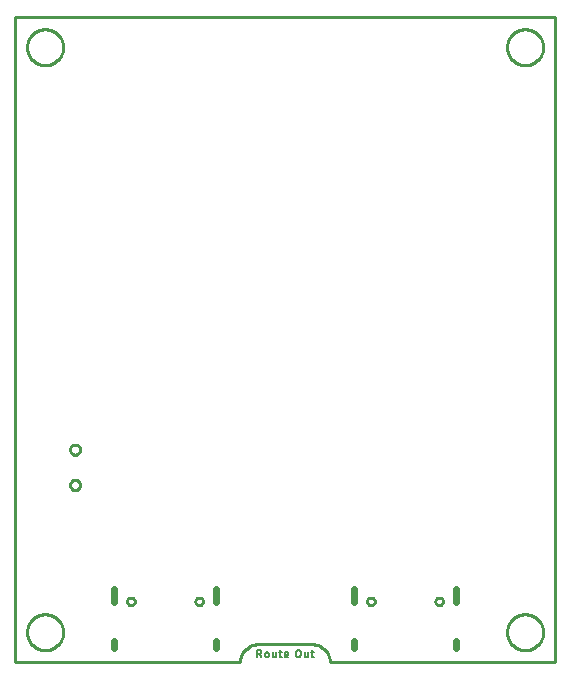
<source format=gko>
G04 EAGLE Gerber RS-274X export*
G75*
%MOMM*%
%FSLAX34Y34*%
%LPD*%
%IN*%
%IPPOS*%
%AMOC8*
5,1,8,0,0,1.08239X$1,22.5*%
G01*
%ADD10C,0.254000*%
%ADD11C,0.203200*%
%ADD12C,0.127000*%
%ADD13C,0.000000*%
%ADD14C,0.600000*%
%ADD15C,0.254000*%


D10*
X0Y546100D02*
X0Y0D01*
X190500Y0D01*
X266700Y0D02*
X457200Y0D01*
X457200Y546100D01*
X0Y546100D01*
D11*
X205740Y15240D02*
X205372Y15236D01*
X205004Y15222D01*
X204636Y15200D01*
X204269Y15169D01*
X203903Y15129D01*
X203538Y15080D01*
X203174Y15022D01*
X202812Y14956D01*
X202451Y14881D01*
X202093Y14797D01*
X201736Y14705D01*
X201382Y14604D01*
X201031Y14494D01*
X200682Y14376D01*
X200336Y14250D01*
X199993Y14115D01*
X199654Y13972D01*
X199318Y13821D01*
X198986Y13662D01*
X198658Y13494D01*
X198334Y13319D01*
X198014Y13136D01*
X197699Y12946D01*
X197388Y12748D01*
X197083Y12542D01*
X196782Y12329D01*
X196487Y12109D01*
X196197Y11882D01*
X195913Y11648D01*
X195634Y11407D01*
X195361Y11160D01*
X195095Y10906D01*
X194834Y10645D01*
X194580Y10379D01*
X194333Y10106D01*
X194092Y9827D01*
X193858Y9543D01*
X193631Y9253D01*
X193411Y8958D01*
X193198Y8657D01*
X192992Y8352D01*
X192794Y8041D01*
X192604Y7726D01*
X192421Y7406D01*
X192246Y7082D01*
X192078Y6754D01*
X191919Y6422D01*
X191768Y6086D01*
X191625Y5747D01*
X191490Y5404D01*
X191364Y5058D01*
X191246Y4709D01*
X191136Y4358D01*
X191035Y4004D01*
X190943Y3647D01*
X190859Y3289D01*
X190784Y2928D01*
X190718Y2566D01*
X190660Y2202D01*
X190611Y1837D01*
X190571Y1471D01*
X190540Y1104D01*
X190518Y736D01*
X190504Y368D01*
X190500Y0D01*
X205740Y15240D02*
X251460Y15240D01*
X251828Y15236D01*
X252196Y15222D01*
X252564Y15200D01*
X252931Y15169D01*
X253297Y15129D01*
X253662Y15080D01*
X254026Y15022D01*
X254388Y14956D01*
X254749Y14881D01*
X255107Y14797D01*
X255464Y14705D01*
X255818Y14604D01*
X256169Y14494D01*
X256518Y14376D01*
X256864Y14250D01*
X257207Y14115D01*
X257546Y13972D01*
X257882Y13821D01*
X258214Y13662D01*
X258542Y13494D01*
X258866Y13319D01*
X259186Y13136D01*
X259501Y12946D01*
X259812Y12748D01*
X260117Y12542D01*
X260418Y12329D01*
X260713Y12109D01*
X261003Y11882D01*
X261287Y11648D01*
X261566Y11407D01*
X261839Y11160D01*
X262105Y10906D01*
X262366Y10645D01*
X262620Y10379D01*
X262867Y10106D01*
X263108Y9827D01*
X263342Y9543D01*
X263569Y9253D01*
X263789Y8958D01*
X264002Y8657D01*
X264208Y8352D01*
X264406Y8041D01*
X264596Y7726D01*
X264779Y7406D01*
X264954Y7082D01*
X265122Y6754D01*
X265281Y6422D01*
X265432Y6086D01*
X265575Y5747D01*
X265710Y5404D01*
X265836Y5058D01*
X265954Y4709D01*
X266064Y4358D01*
X266165Y4004D01*
X266257Y3647D01*
X266341Y3289D01*
X266416Y2928D01*
X266482Y2566D01*
X266540Y2202D01*
X266589Y1837D01*
X266629Y1471D01*
X266660Y1104D01*
X266682Y736D01*
X266696Y368D01*
X266700Y0D01*
D12*
X205105Y4445D02*
X205105Y10795D01*
X206869Y10795D01*
X206952Y10793D01*
X207034Y10787D01*
X207116Y10778D01*
X207198Y10764D01*
X207279Y10747D01*
X207359Y10726D01*
X207438Y10701D01*
X207515Y10672D01*
X207592Y10640D01*
X207666Y10605D01*
X207739Y10566D01*
X207810Y10523D01*
X207879Y10477D01*
X207946Y10428D01*
X208010Y10376D01*
X208072Y10321D01*
X208131Y10264D01*
X208187Y10203D01*
X208241Y10140D01*
X208291Y10075D01*
X208339Y10007D01*
X208383Y9937D01*
X208423Y9865D01*
X208461Y9791D01*
X208495Y9716D01*
X208525Y9639D01*
X208552Y9560D01*
X208575Y9481D01*
X208594Y9400D01*
X208609Y9319D01*
X208621Y9237D01*
X208629Y9155D01*
X208633Y9072D01*
X208633Y8990D01*
X208629Y8907D01*
X208621Y8825D01*
X208609Y8743D01*
X208594Y8662D01*
X208575Y8581D01*
X208552Y8502D01*
X208525Y8423D01*
X208495Y8346D01*
X208461Y8271D01*
X208423Y8197D01*
X208383Y8125D01*
X208339Y8055D01*
X208291Y7987D01*
X208241Y7922D01*
X208187Y7859D01*
X208131Y7798D01*
X208072Y7741D01*
X208010Y7686D01*
X207946Y7634D01*
X207879Y7585D01*
X207810Y7539D01*
X207739Y7496D01*
X207666Y7457D01*
X207592Y7422D01*
X207515Y7390D01*
X207438Y7361D01*
X207359Y7336D01*
X207279Y7315D01*
X207198Y7298D01*
X207116Y7284D01*
X207034Y7275D01*
X206952Y7269D01*
X206869Y7267D01*
X205105Y7267D01*
X207222Y7267D02*
X208633Y4445D01*
X211790Y5856D02*
X211790Y7267D01*
X211791Y7267D02*
X211793Y7341D01*
X211799Y7414D01*
X211808Y7488D01*
X211822Y7560D01*
X211839Y7632D01*
X211860Y7703D01*
X211885Y7773D01*
X211913Y7841D01*
X211945Y7908D01*
X211980Y7973D01*
X212019Y8035D01*
X212060Y8096D01*
X212105Y8155D01*
X212153Y8211D01*
X212204Y8265D01*
X212258Y8316D01*
X212314Y8364D01*
X212373Y8409D01*
X212434Y8450D01*
X212497Y8489D01*
X212561Y8524D01*
X212628Y8556D01*
X212696Y8584D01*
X212766Y8609D01*
X212837Y8630D01*
X212909Y8647D01*
X212981Y8661D01*
X213055Y8670D01*
X213128Y8676D01*
X213202Y8678D01*
X213276Y8676D01*
X213349Y8670D01*
X213423Y8661D01*
X213495Y8647D01*
X213567Y8630D01*
X213638Y8609D01*
X213708Y8584D01*
X213776Y8556D01*
X213843Y8524D01*
X213908Y8489D01*
X213970Y8450D01*
X214031Y8409D01*
X214090Y8364D01*
X214146Y8316D01*
X214200Y8265D01*
X214251Y8211D01*
X214299Y8155D01*
X214344Y8096D01*
X214385Y8035D01*
X214424Y7973D01*
X214459Y7908D01*
X214491Y7841D01*
X214519Y7773D01*
X214544Y7703D01*
X214565Y7632D01*
X214582Y7560D01*
X214596Y7488D01*
X214605Y7414D01*
X214611Y7341D01*
X214613Y7267D01*
X214613Y5856D01*
X214611Y5782D01*
X214605Y5709D01*
X214596Y5635D01*
X214582Y5563D01*
X214565Y5491D01*
X214544Y5420D01*
X214519Y5350D01*
X214491Y5282D01*
X214459Y5215D01*
X214424Y5151D01*
X214385Y5088D01*
X214344Y5027D01*
X214299Y4968D01*
X214251Y4912D01*
X214200Y4858D01*
X214146Y4807D01*
X214090Y4759D01*
X214031Y4714D01*
X213970Y4673D01*
X213908Y4634D01*
X213843Y4599D01*
X213776Y4567D01*
X213708Y4539D01*
X213638Y4514D01*
X213567Y4493D01*
X213495Y4476D01*
X213423Y4462D01*
X213349Y4453D01*
X213276Y4447D01*
X213202Y4445D01*
X213128Y4447D01*
X213055Y4453D01*
X212981Y4462D01*
X212909Y4476D01*
X212837Y4493D01*
X212766Y4514D01*
X212696Y4539D01*
X212628Y4567D01*
X212561Y4599D01*
X212497Y4634D01*
X212434Y4673D01*
X212373Y4714D01*
X212314Y4759D01*
X212258Y4807D01*
X212204Y4858D01*
X212153Y4912D01*
X212105Y4968D01*
X212060Y5027D01*
X212019Y5088D01*
X211980Y5151D01*
X211945Y5215D01*
X211913Y5282D01*
X211885Y5350D01*
X211860Y5420D01*
X211839Y5491D01*
X211822Y5563D01*
X211808Y5635D01*
X211799Y5709D01*
X211793Y5782D01*
X211791Y5856D01*
X217963Y5503D02*
X217963Y8678D01*
X217963Y5503D02*
X217965Y5439D01*
X217971Y5375D01*
X217980Y5312D01*
X217994Y5250D01*
X218011Y5188D01*
X218032Y5128D01*
X218056Y5069D01*
X218084Y5011D01*
X218116Y4956D01*
X218150Y4902D01*
X218188Y4851D01*
X218229Y4801D01*
X218273Y4755D01*
X218319Y4711D01*
X218369Y4670D01*
X218420Y4632D01*
X218474Y4598D01*
X218529Y4566D01*
X218587Y4538D01*
X218646Y4514D01*
X218706Y4493D01*
X218768Y4476D01*
X218830Y4462D01*
X218893Y4453D01*
X218957Y4447D01*
X219021Y4445D01*
X220785Y4445D01*
X220785Y8678D01*
X223488Y8678D02*
X225604Y8678D01*
X224193Y10795D02*
X224193Y5503D01*
X224194Y5503D02*
X224196Y5439D01*
X224202Y5375D01*
X224211Y5312D01*
X224225Y5250D01*
X224242Y5188D01*
X224263Y5128D01*
X224287Y5069D01*
X224315Y5011D01*
X224347Y4956D01*
X224381Y4902D01*
X224419Y4851D01*
X224460Y4801D01*
X224504Y4755D01*
X224550Y4711D01*
X224600Y4670D01*
X224651Y4632D01*
X224705Y4598D01*
X224760Y4566D01*
X224818Y4538D01*
X224877Y4514D01*
X224937Y4493D01*
X224999Y4476D01*
X225061Y4462D01*
X225125Y4453D01*
X225188Y4447D01*
X225252Y4445D01*
X225604Y4445D01*
X229537Y4445D02*
X231300Y4445D01*
X229537Y4445D02*
X229473Y4447D01*
X229409Y4453D01*
X229346Y4462D01*
X229284Y4476D01*
X229222Y4493D01*
X229162Y4514D01*
X229103Y4538D01*
X229045Y4566D01*
X228990Y4598D01*
X228936Y4632D01*
X228885Y4670D01*
X228835Y4711D01*
X228789Y4755D01*
X228745Y4801D01*
X228704Y4851D01*
X228666Y4902D01*
X228632Y4956D01*
X228600Y5011D01*
X228572Y5069D01*
X228548Y5128D01*
X228527Y5188D01*
X228510Y5250D01*
X228496Y5312D01*
X228487Y5375D01*
X228481Y5439D01*
X228479Y5503D01*
X228478Y5503D02*
X228478Y7267D01*
X228480Y7341D01*
X228486Y7414D01*
X228495Y7488D01*
X228509Y7560D01*
X228526Y7632D01*
X228547Y7703D01*
X228572Y7773D01*
X228600Y7841D01*
X228632Y7908D01*
X228667Y7973D01*
X228706Y8035D01*
X228747Y8096D01*
X228792Y8155D01*
X228840Y8211D01*
X228891Y8265D01*
X228945Y8316D01*
X229001Y8364D01*
X229060Y8409D01*
X229121Y8450D01*
X229184Y8489D01*
X229248Y8524D01*
X229315Y8556D01*
X229383Y8584D01*
X229453Y8609D01*
X229524Y8630D01*
X229596Y8647D01*
X229668Y8661D01*
X229742Y8670D01*
X229815Y8676D01*
X229889Y8678D01*
X229963Y8676D01*
X230036Y8670D01*
X230110Y8661D01*
X230182Y8647D01*
X230254Y8630D01*
X230325Y8609D01*
X230395Y8584D01*
X230463Y8556D01*
X230530Y8524D01*
X230595Y8489D01*
X230657Y8450D01*
X230718Y8409D01*
X230777Y8364D01*
X230833Y8316D01*
X230887Y8265D01*
X230938Y8211D01*
X230986Y8155D01*
X231031Y8096D01*
X231072Y8035D01*
X231111Y7973D01*
X231146Y7908D01*
X231178Y7841D01*
X231206Y7773D01*
X231231Y7703D01*
X231252Y7632D01*
X231269Y7560D01*
X231283Y7488D01*
X231292Y7414D01*
X231298Y7341D01*
X231300Y7267D01*
X231300Y6562D01*
X228478Y6562D01*
X238184Y6209D02*
X238184Y9031D01*
X238186Y9114D01*
X238192Y9196D01*
X238201Y9278D01*
X238215Y9360D01*
X238232Y9441D01*
X238253Y9521D01*
X238278Y9600D01*
X238307Y9677D01*
X238339Y9754D01*
X238374Y9828D01*
X238413Y9901D01*
X238456Y9972D01*
X238502Y10041D01*
X238551Y10108D01*
X238603Y10172D01*
X238658Y10234D01*
X238715Y10293D01*
X238776Y10349D01*
X238839Y10403D01*
X238904Y10453D01*
X238972Y10501D01*
X239042Y10545D01*
X239114Y10585D01*
X239188Y10623D01*
X239263Y10657D01*
X239340Y10687D01*
X239419Y10714D01*
X239498Y10737D01*
X239579Y10756D01*
X239660Y10771D01*
X239742Y10783D01*
X239824Y10791D01*
X239907Y10795D01*
X239989Y10795D01*
X240072Y10791D01*
X240154Y10783D01*
X240236Y10771D01*
X240317Y10756D01*
X240398Y10737D01*
X240477Y10714D01*
X240556Y10687D01*
X240633Y10657D01*
X240708Y10623D01*
X240782Y10585D01*
X240854Y10545D01*
X240924Y10501D01*
X240992Y10453D01*
X241057Y10403D01*
X241120Y10349D01*
X241181Y10293D01*
X241238Y10234D01*
X241293Y10172D01*
X241345Y10108D01*
X241394Y10041D01*
X241440Y9972D01*
X241483Y9901D01*
X241522Y9828D01*
X241557Y9754D01*
X241589Y9677D01*
X241618Y9600D01*
X241643Y9521D01*
X241664Y9441D01*
X241681Y9360D01*
X241695Y9278D01*
X241704Y9196D01*
X241710Y9114D01*
X241712Y9031D01*
X241712Y6209D01*
X241710Y6126D01*
X241704Y6044D01*
X241695Y5962D01*
X241681Y5880D01*
X241664Y5799D01*
X241643Y5719D01*
X241618Y5640D01*
X241589Y5563D01*
X241557Y5486D01*
X241522Y5412D01*
X241483Y5339D01*
X241440Y5268D01*
X241394Y5199D01*
X241345Y5132D01*
X241293Y5068D01*
X241238Y5006D01*
X241181Y4947D01*
X241120Y4891D01*
X241057Y4837D01*
X240992Y4787D01*
X240924Y4739D01*
X240854Y4695D01*
X240782Y4655D01*
X240708Y4617D01*
X240633Y4583D01*
X240556Y4553D01*
X240477Y4526D01*
X240398Y4503D01*
X240317Y4484D01*
X240236Y4469D01*
X240154Y4457D01*
X240072Y4449D01*
X239989Y4445D01*
X239907Y4445D01*
X239824Y4449D01*
X239742Y4457D01*
X239660Y4469D01*
X239579Y4484D01*
X239498Y4503D01*
X239419Y4526D01*
X239340Y4553D01*
X239263Y4583D01*
X239188Y4617D01*
X239114Y4655D01*
X239042Y4695D01*
X238972Y4739D01*
X238904Y4787D01*
X238839Y4837D01*
X238776Y4891D01*
X238715Y4947D01*
X238658Y5006D01*
X238603Y5068D01*
X238551Y5132D01*
X238502Y5199D01*
X238456Y5268D01*
X238413Y5339D01*
X238374Y5412D01*
X238339Y5486D01*
X238307Y5563D01*
X238278Y5640D01*
X238253Y5719D01*
X238232Y5799D01*
X238215Y5880D01*
X238201Y5962D01*
X238192Y6044D01*
X238186Y6126D01*
X238184Y6209D01*
X245166Y5503D02*
X245166Y8678D01*
X245166Y5503D02*
X245168Y5439D01*
X245174Y5375D01*
X245183Y5312D01*
X245197Y5250D01*
X245214Y5188D01*
X245235Y5128D01*
X245259Y5069D01*
X245287Y5011D01*
X245319Y4956D01*
X245353Y4902D01*
X245391Y4851D01*
X245432Y4801D01*
X245476Y4755D01*
X245522Y4711D01*
X245572Y4670D01*
X245623Y4632D01*
X245677Y4598D01*
X245732Y4566D01*
X245790Y4538D01*
X245849Y4514D01*
X245909Y4493D01*
X245971Y4476D01*
X246033Y4462D01*
X246096Y4453D01*
X246160Y4447D01*
X246224Y4445D01*
X247988Y4445D01*
X247988Y8678D01*
X250691Y8678D02*
X252808Y8678D01*
X251397Y10795D02*
X251397Y5503D01*
X251399Y5439D01*
X251405Y5375D01*
X251414Y5312D01*
X251428Y5250D01*
X251445Y5188D01*
X251466Y5128D01*
X251490Y5069D01*
X251518Y5011D01*
X251550Y4956D01*
X251584Y4902D01*
X251622Y4851D01*
X251663Y4801D01*
X251707Y4755D01*
X251753Y4711D01*
X251803Y4670D01*
X251854Y4632D01*
X251908Y4598D01*
X251963Y4566D01*
X252021Y4538D01*
X252080Y4514D01*
X252140Y4493D01*
X252202Y4476D01*
X252264Y4462D01*
X252328Y4453D01*
X252391Y4447D01*
X252455Y4445D01*
X252808Y4445D01*
D13*
X298050Y51590D02*
X298052Y51703D01*
X298058Y51817D01*
X298068Y51930D01*
X298082Y52042D01*
X298099Y52154D01*
X298121Y52266D01*
X298147Y52376D01*
X298176Y52486D01*
X298209Y52594D01*
X298246Y52702D01*
X298287Y52807D01*
X298331Y52912D01*
X298379Y53015D01*
X298430Y53116D01*
X298485Y53215D01*
X298544Y53312D01*
X298606Y53407D01*
X298671Y53500D01*
X298739Y53591D01*
X298810Y53679D01*
X298885Y53765D01*
X298962Y53848D01*
X299042Y53928D01*
X299125Y54005D01*
X299211Y54080D01*
X299299Y54151D01*
X299390Y54219D01*
X299483Y54284D01*
X299578Y54346D01*
X299675Y54405D01*
X299774Y54460D01*
X299875Y54511D01*
X299978Y54559D01*
X300083Y54603D01*
X300188Y54644D01*
X300296Y54681D01*
X300404Y54714D01*
X300514Y54743D01*
X300624Y54769D01*
X300736Y54791D01*
X300848Y54808D01*
X300960Y54822D01*
X301073Y54832D01*
X301187Y54838D01*
X301300Y54840D01*
X301413Y54838D01*
X301527Y54832D01*
X301640Y54822D01*
X301752Y54808D01*
X301864Y54791D01*
X301976Y54769D01*
X302086Y54743D01*
X302196Y54714D01*
X302304Y54681D01*
X302412Y54644D01*
X302517Y54603D01*
X302622Y54559D01*
X302725Y54511D01*
X302826Y54460D01*
X302925Y54405D01*
X303022Y54346D01*
X303117Y54284D01*
X303210Y54219D01*
X303301Y54151D01*
X303389Y54080D01*
X303475Y54005D01*
X303558Y53928D01*
X303638Y53848D01*
X303715Y53765D01*
X303790Y53679D01*
X303861Y53591D01*
X303929Y53500D01*
X303994Y53407D01*
X304056Y53312D01*
X304115Y53215D01*
X304170Y53116D01*
X304221Y53015D01*
X304269Y52912D01*
X304313Y52807D01*
X304354Y52702D01*
X304391Y52594D01*
X304424Y52486D01*
X304453Y52376D01*
X304479Y52266D01*
X304501Y52154D01*
X304518Y52042D01*
X304532Y51930D01*
X304542Y51817D01*
X304548Y51703D01*
X304550Y51590D01*
X304548Y51477D01*
X304542Y51363D01*
X304532Y51250D01*
X304518Y51138D01*
X304501Y51026D01*
X304479Y50914D01*
X304453Y50804D01*
X304424Y50694D01*
X304391Y50586D01*
X304354Y50478D01*
X304313Y50373D01*
X304269Y50268D01*
X304221Y50165D01*
X304170Y50064D01*
X304115Y49965D01*
X304056Y49868D01*
X303994Y49773D01*
X303929Y49680D01*
X303861Y49589D01*
X303790Y49501D01*
X303715Y49415D01*
X303638Y49332D01*
X303558Y49252D01*
X303475Y49175D01*
X303389Y49100D01*
X303301Y49029D01*
X303210Y48961D01*
X303117Y48896D01*
X303022Y48834D01*
X302925Y48775D01*
X302826Y48720D01*
X302725Y48669D01*
X302622Y48621D01*
X302517Y48577D01*
X302412Y48536D01*
X302304Y48499D01*
X302196Y48466D01*
X302086Y48437D01*
X301976Y48411D01*
X301864Y48389D01*
X301752Y48372D01*
X301640Y48358D01*
X301527Y48348D01*
X301413Y48342D01*
X301300Y48340D01*
X301187Y48342D01*
X301073Y48348D01*
X300960Y48358D01*
X300848Y48372D01*
X300736Y48389D01*
X300624Y48411D01*
X300514Y48437D01*
X300404Y48466D01*
X300296Y48499D01*
X300188Y48536D01*
X300083Y48577D01*
X299978Y48621D01*
X299875Y48669D01*
X299774Y48720D01*
X299675Y48775D01*
X299578Y48834D01*
X299483Y48896D01*
X299390Y48961D01*
X299299Y49029D01*
X299211Y49100D01*
X299125Y49175D01*
X299042Y49252D01*
X298962Y49332D01*
X298885Y49415D01*
X298810Y49501D01*
X298739Y49589D01*
X298671Y49680D01*
X298606Y49773D01*
X298544Y49868D01*
X298485Y49965D01*
X298430Y50064D01*
X298379Y50165D01*
X298331Y50268D01*
X298287Y50373D01*
X298246Y50478D01*
X298209Y50586D01*
X298176Y50694D01*
X298147Y50804D01*
X298121Y50914D01*
X298099Y51026D01*
X298082Y51138D01*
X298068Y51250D01*
X298058Y51363D01*
X298052Y51477D01*
X298050Y51590D01*
X355850Y51590D02*
X355852Y51703D01*
X355858Y51817D01*
X355868Y51930D01*
X355882Y52042D01*
X355899Y52154D01*
X355921Y52266D01*
X355947Y52376D01*
X355976Y52486D01*
X356009Y52594D01*
X356046Y52702D01*
X356087Y52807D01*
X356131Y52912D01*
X356179Y53015D01*
X356230Y53116D01*
X356285Y53215D01*
X356344Y53312D01*
X356406Y53407D01*
X356471Y53500D01*
X356539Y53591D01*
X356610Y53679D01*
X356685Y53765D01*
X356762Y53848D01*
X356842Y53928D01*
X356925Y54005D01*
X357011Y54080D01*
X357099Y54151D01*
X357190Y54219D01*
X357283Y54284D01*
X357378Y54346D01*
X357475Y54405D01*
X357574Y54460D01*
X357675Y54511D01*
X357778Y54559D01*
X357883Y54603D01*
X357988Y54644D01*
X358096Y54681D01*
X358204Y54714D01*
X358314Y54743D01*
X358424Y54769D01*
X358536Y54791D01*
X358648Y54808D01*
X358760Y54822D01*
X358873Y54832D01*
X358987Y54838D01*
X359100Y54840D01*
X359213Y54838D01*
X359327Y54832D01*
X359440Y54822D01*
X359552Y54808D01*
X359664Y54791D01*
X359776Y54769D01*
X359886Y54743D01*
X359996Y54714D01*
X360104Y54681D01*
X360212Y54644D01*
X360317Y54603D01*
X360422Y54559D01*
X360525Y54511D01*
X360626Y54460D01*
X360725Y54405D01*
X360822Y54346D01*
X360917Y54284D01*
X361010Y54219D01*
X361101Y54151D01*
X361189Y54080D01*
X361275Y54005D01*
X361358Y53928D01*
X361438Y53848D01*
X361515Y53765D01*
X361590Y53679D01*
X361661Y53591D01*
X361729Y53500D01*
X361794Y53407D01*
X361856Y53312D01*
X361915Y53215D01*
X361970Y53116D01*
X362021Y53015D01*
X362069Y52912D01*
X362113Y52807D01*
X362154Y52702D01*
X362191Y52594D01*
X362224Y52486D01*
X362253Y52376D01*
X362279Y52266D01*
X362301Y52154D01*
X362318Y52042D01*
X362332Y51930D01*
X362342Y51817D01*
X362348Y51703D01*
X362350Y51590D01*
X362348Y51477D01*
X362342Y51363D01*
X362332Y51250D01*
X362318Y51138D01*
X362301Y51026D01*
X362279Y50914D01*
X362253Y50804D01*
X362224Y50694D01*
X362191Y50586D01*
X362154Y50478D01*
X362113Y50373D01*
X362069Y50268D01*
X362021Y50165D01*
X361970Y50064D01*
X361915Y49965D01*
X361856Y49868D01*
X361794Y49773D01*
X361729Y49680D01*
X361661Y49589D01*
X361590Y49501D01*
X361515Y49415D01*
X361438Y49332D01*
X361358Y49252D01*
X361275Y49175D01*
X361189Y49100D01*
X361101Y49029D01*
X361010Y48961D01*
X360917Y48896D01*
X360822Y48834D01*
X360725Y48775D01*
X360626Y48720D01*
X360525Y48669D01*
X360422Y48621D01*
X360317Y48577D01*
X360212Y48536D01*
X360104Y48499D01*
X359996Y48466D01*
X359886Y48437D01*
X359776Y48411D01*
X359664Y48389D01*
X359552Y48372D01*
X359440Y48358D01*
X359327Y48348D01*
X359213Y48342D01*
X359100Y48340D01*
X358987Y48342D01*
X358873Y48348D01*
X358760Y48358D01*
X358648Y48372D01*
X358536Y48389D01*
X358424Y48411D01*
X358314Y48437D01*
X358204Y48466D01*
X358096Y48499D01*
X357988Y48536D01*
X357883Y48577D01*
X357778Y48621D01*
X357675Y48669D01*
X357574Y48720D01*
X357475Y48775D01*
X357378Y48834D01*
X357283Y48896D01*
X357190Y48961D01*
X357099Y49029D01*
X357011Y49100D01*
X356925Y49175D01*
X356842Y49252D01*
X356762Y49332D01*
X356685Y49415D01*
X356610Y49501D01*
X356539Y49589D01*
X356471Y49680D01*
X356406Y49773D01*
X356344Y49868D01*
X356285Y49965D01*
X356230Y50064D01*
X356179Y50165D01*
X356131Y50268D01*
X356087Y50373D01*
X356046Y50478D01*
X356009Y50586D01*
X355976Y50694D01*
X355947Y50804D01*
X355921Y50914D01*
X355899Y51026D01*
X355882Y51138D01*
X355868Y51250D01*
X355858Y51363D01*
X355852Y51477D01*
X355850Y51590D01*
D14*
X287020Y51390D02*
X287020Y62390D01*
X373380Y62390D02*
X373380Y51390D01*
X287020Y18240D02*
X287020Y12040D01*
X373380Y12040D02*
X373380Y18240D01*
D13*
X94850Y51590D02*
X94852Y51703D01*
X94858Y51817D01*
X94868Y51930D01*
X94882Y52042D01*
X94899Y52154D01*
X94921Y52266D01*
X94947Y52376D01*
X94976Y52486D01*
X95009Y52594D01*
X95046Y52702D01*
X95087Y52807D01*
X95131Y52912D01*
X95179Y53015D01*
X95230Y53116D01*
X95285Y53215D01*
X95344Y53312D01*
X95406Y53407D01*
X95471Y53500D01*
X95539Y53591D01*
X95610Y53679D01*
X95685Y53765D01*
X95762Y53848D01*
X95842Y53928D01*
X95925Y54005D01*
X96011Y54080D01*
X96099Y54151D01*
X96190Y54219D01*
X96283Y54284D01*
X96378Y54346D01*
X96475Y54405D01*
X96574Y54460D01*
X96675Y54511D01*
X96778Y54559D01*
X96883Y54603D01*
X96988Y54644D01*
X97096Y54681D01*
X97204Y54714D01*
X97314Y54743D01*
X97424Y54769D01*
X97536Y54791D01*
X97648Y54808D01*
X97760Y54822D01*
X97873Y54832D01*
X97987Y54838D01*
X98100Y54840D01*
X98213Y54838D01*
X98327Y54832D01*
X98440Y54822D01*
X98552Y54808D01*
X98664Y54791D01*
X98776Y54769D01*
X98886Y54743D01*
X98996Y54714D01*
X99104Y54681D01*
X99212Y54644D01*
X99317Y54603D01*
X99422Y54559D01*
X99525Y54511D01*
X99626Y54460D01*
X99725Y54405D01*
X99822Y54346D01*
X99917Y54284D01*
X100010Y54219D01*
X100101Y54151D01*
X100189Y54080D01*
X100275Y54005D01*
X100358Y53928D01*
X100438Y53848D01*
X100515Y53765D01*
X100590Y53679D01*
X100661Y53591D01*
X100729Y53500D01*
X100794Y53407D01*
X100856Y53312D01*
X100915Y53215D01*
X100970Y53116D01*
X101021Y53015D01*
X101069Y52912D01*
X101113Y52807D01*
X101154Y52702D01*
X101191Y52594D01*
X101224Y52486D01*
X101253Y52376D01*
X101279Y52266D01*
X101301Y52154D01*
X101318Y52042D01*
X101332Y51930D01*
X101342Y51817D01*
X101348Y51703D01*
X101350Y51590D01*
X101348Y51477D01*
X101342Y51363D01*
X101332Y51250D01*
X101318Y51138D01*
X101301Y51026D01*
X101279Y50914D01*
X101253Y50804D01*
X101224Y50694D01*
X101191Y50586D01*
X101154Y50478D01*
X101113Y50373D01*
X101069Y50268D01*
X101021Y50165D01*
X100970Y50064D01*
X100915Y49965D01*
X100856Y49868D01*
X100794Y49773D01*
X100729Y49680D01*
X100661Y49589D01*
X100590Y49501D01*
X100515Y49415D01*
X100438Y49332D01*
X100358Y49252D01*
X100275Y49175D01*
X100189Y49100D01*
X100101Y49029D01*
X100010Y48961D01*
X99917Y48896D01*
X99822Y48834D01*
X99725Y48775D01*
X99626Y48720D01*
X99525Y48669D01*
X99422Y48621D01*
X99317Y48577D01*
X99212Y48536D01*
X99104Y48499D01*
X98996Y48466D01*
X98886Y48437D01*
X98776Y48411D01*
X98664Y48389D01*
X98552Y48372D01*
X98440Y48358D01*
X98327Y48348D01*
X98213Y48342D01*
X98100Y48340D01*
X97987Y48342D01*
X97873Y48348D01*
X97760Y48358D01*
X97648Y48372D01*
X97536Y48389D01*
X97424Y48411D01*
X97314Y48437D01*
X97204Y48466D01*
X97096Y48499D01*
X96988Y48536D01*
X96883Y48577D01*
X96778Y48621D01*
X96675Y48669D01*
X96574Y48720D01*
X96475Y48775D01*
X96378Y48834D01*
X96283Y48896D01*
X96190Y48961D01*
X96099Y49029D01*
X96011Y49100D01*
X95925Y49175D01*
X95842Y49252D01*
X95762Y49332D01*
X95685Y49415D01*
X95610Y49501D01*
X95539Y49589D01*
X95471Y49680D01*
X95406Y49773D01*
X95344Y49868D01*
X95285Y49965D01*
X95230Y50064D01*
X95179Y50165D01*
X95131Y50268D01*
X95087Y50373D01*
X95046Y50478D01*
X95009Y50586D01*
X94976Y50694D01*
X94947Y50804D01*
X94921Y50914D01*
X94899Y51026D01*
X94882Y51138D01*
X94868Y51250D01*
X94858Y51363D01*
X94852Y51477D01*
X94850Y51590D01*
X152650Y51590D02*
X152652Y51703D01*
X152658Y51817D01*
X152668Y51930D01*
X152682Y52042D01*
X152699Y52154D01*
X152721Y52266D01*
X152747Y52376D01*
X152776Y52486D01*
X152809Y52594D01*
X152846Y52702D01*
X152887Y52807D01*
X152931Y52912D01*
X152979Y53015D01*
X153030Y53116D01*
X153085Y53215D01*
X153144Y53312D01*
X153206Y53407D01*
X153271Y53500D01*
X153339Y53591D01*
X153410Y53679D01*
X153485Y53765D01*
X153562Y53848D01*
X153642Y53928D01*
X153725Y54005D01*
X153811Y54080D01*
X153899Y54151D01*
X153990Y54219D01*
X154083Y54284D01*
X154178Y54346D01*
X154275Y54405D01*
X154374Y54460D01*
X154475Y54511D01*
X154578Y54559D01*
X154683Y54603D01*
X154788Y54644D01*
X154896Y54681D01*
X155004Y54714D01*
X155114Y54743D01*
X155224Y54769D01*
X155336Y54791D01*
X155448Y54808D01*
X155560Y54822D01*
X155673Y54832D01*
X155787Y54838D01*
X155900Y54840D01*
X156013Y54838D01*
X156127Y54832D01*
X156240Y54822D01*
X156352Y54808D01*
X156464Y54791D01*
X156576Y54769D01*
X156686Y54743D01*
X156796Y54714D01*
X156904Y54681D01*
X157012Y54644D01*
X157117Y54603D01*
X157222Y54559D01*
X157325Y54511D01*
X157426Y54460D01*
X157525Y54405D01*
X157622Y54346D01*
X157717Y54284D01*
X157810Y54219D01*
X157901Y54151D01*
X157989Y54080D01*
X158075Y54005D01*
X158158Y53928D01*
X158238Y53848D01*
X158315Y53765D01*
X158390Y53679D01*
X158461Y53591D01*
X158529Y53500D01*
X158594Y53407D01*
X158656Y53312D01*
X158715Y53215D01*
X158770Y53116D01*
X158821Y53015D01*
X158869Y52912D01*
X158913Y52807D01*
X158954Y52702D01*
X158991Y52594D01*
X159024Y52486D01*
X159053Y52376D01*
X159079Y52266D01*
X159101Y52154D01*
X159118Y52042D01*
X159132Y51930D01*
X159142Y51817D01*
X159148Y51703D01*
X159150Y51590D01*
X159148Y51477D01*
X159142Y51363D01*
X159132Y51250D01*
X159118Y51138D01*
X159101Y51026D01*
X159079Y50914D01*
X159053Y50804D01*
X159024Y50694D01*
X158991Y50586D01*
X158954Y50478D01*
X158913Y50373D01*
X158869Y50268D01*
X158821Y50165D01*
X158770Y50064D01*
X158715Y49965D01*
X158656Y49868D01*
X158594Y49773D01*
X158529Y49680D01*
X158461Y49589D01*
X158390Y49501D01*
X158315Y49415D01*
X158238Y49332D01*
X158158Y49252D01*
X158075Y49175D01*
X157989Y49100D01*
X157901Y49029D01*
X157810Y48961D01*
X157717Y48896D01*
X157622Y48834D01*
X157525Y48775D01*
X157426Y48720D01*
X157325Y48669D01*
X157222Y48621D01*
X157117Y48577D01*
X157012Y48536D01*
X156904Y48499D01*
X156796Y48466D01*
X156686Y48437D01*
X156576Y48411D01*
X156464Y48389D01*
X156352Y48372D01*
X156240Y48358D01*
X156127Y48348D01*
X156013Y48342D01*
X155900Y48340D01*
X155787Y48342D01*
X155673Y48348D01*
X155560Y48358D01*
X155448Y48372D01*
X155336Y48389D01*
X155224Y48411D01*
X155114Y48437D01*
X155004Y48466D01*
X154896Y48499D01*
X154788Y48536D01*
X154683Y48577D01*
X154578Y48621D01*
X154475Y48669D01*
X154374Y48720D01*
X154275Y48775D01*
X154178Y48834D01*
X154083Y48896D01*
X153990Y48961D01*
X153899Y49029D01*
X153811Y49100D01*
X153725Y49175D01*
X153642Y49252D01*
X153562Y49332D01*
X153485Y49415D01*
X153410Y49501D01*
X153339Y49589D01*
X153271Y49680D01*
X153206Y49773D01*
X153144Y49868D01*
X153085Y49965D01*
X153030Y50064D01*
X152979Y50165D01*
X152931Y50268D01*
X152887Y50373D01*
X152846Y50478D01*
X152809Y50586D01*
X152776Y50694D01*
X152747Y50804D01*
X152721Y50914D01*
X152699Y51026D01*
X152682Y51138D01*
X152668Y51250D01*
X152658Y51363D01*
X152652Y51477D01*
X152650Y51590D01*
D14*
X83820Y51390D02*
X83820Y62390D01*
X170180Y62390D02*
X170180Y51390D01*
X83820Y18240D02*
X83820Y12040D01*
X170180Y12040D02*
X170180Y18240D01*
D13*
X416560Y520700D02*
X416565Y521074D01*
X416578Y521448D01*
X416601Y521821D01*
X416633Y522194D01*
X416675Y522566D01*
X416725Y522936D01*
X416784Y523305D01*
X416853Y523673D01*
X416930Y524039D01*
X417017Y524403D01*
X417112Y524765D01*
X417216Y525124D01*
X417329Y525481D01*
X417451Y525834D01*
X417581Y526185D01*
X417720Y526532D01*
X417867Y526876D01*
X418023Y527216D01*
X418187Y527552D01*
X418360Y527884D01*
X418540Y528212D01*
X418728Y528535D01*
X418924Y528853D01*
X419128Y529167D01*
X419340Y529475D01*
X419559Y529778D01*
X419786Y530076D01*
X420019Y530368D01*
X420260Y530654D01*
X420508Y530935D01*
X420762Y531209D01*
X421024Y531476D01*
X421291Y531738D01*
X421565Y531992D01*
X421846Y532240D01*
X422132Y532481D01*
X422424Y532714D01*
X422722Y532941D01*
X423025Y533160D01*
X423333Y533372D01*
X423647Y533576D01*
X423965Y533772D01*
X424288Y533960D01*
X424616Y534140D01*
X424948Y534313D01*
X425284Y534477D01*
X425624Y534633D01*
X425968Y534780D01*
X426315Y534919D01*
X426666Y535049D01*
X427019Y535171D01*
X427376Y535284D01*
X427735Y535388D01*
X428097Y535483D01*
X428461Y535570D01*
X428827Y535647D01*
X429195Y535716D01*
X429564Y535775D01*
X429934Y535825D01*
X430306Y535867D01*
X430679Y535899D01*
X431052Y535922D01*
X431426Y535935D01*
X431800Y535940D01*
X432174Y535935D01*
X432548Y535922D01*
X432921Y535899D01*
X433294Y535867D01*
X433666Y535825D01*
X434036Y535775D01*
X434405Y535716D01*
X434773Y535647D01*
X435139Y535570D01*
X435503Y535483D01*
X435865Y535388D01*
X436224Y535284D01*
X436581Y535171D01*
X436934Y535049D01*
X437285Y534919D01*
X437632Y534780D01*
X437976Y534633D01*
X438316Y534477D01*
X438652Y534313D01*
X438984Y534140D01*
X439312Y533960D01*
X439635Y533772D01*
X439953Y533576D01*
X440267Y533372D01*
X440575Y533160D01*
X440878Y532941D01*
X441176Y532714D01*
X441468Y532481D01*
X441754Y532240D01*
X442035Y531992D01*
X442309Y531738D01*
X442576Y531476D01*
X442838Y531209D01*
X443092Y530935D01*
X443340Y530654D01*
X443581Y530368D01*
X443814Y530076D01*
X444041Y529778D01*
X444260Y529475D01*
X444472Y529167D01*
X444676Y528853D01*
X444872Y528535D01*
X445060Y528212D01*
X445240Y527884D01*
X445413Y527552D01*
X445577Y527216D01*
X445733Y526876D01*
X445880Y526532D01*
X446019Y526185D01*
X446149Y525834D01*
X446271Y525481D01*
X446384Y525124D01*
X446488Y524765D01*
X446583Y524403D01*
X446670Y524039D01*
X446747Y523673D01*
X446816Y523305D01*
X446875Y522936D01*
X446925Y522566D01*
X446967Y522194D01*
X446999Y521821D01*
X447022Y521448D01*
X447035Y521074D01*
X447040Y520700D01*
X447035Y520326D01*
X447022Y519952D01*
X446999Y519579D01*
X446967Y519206D01*
X446925Y518834D01*
X446875Y518464D01*
X446816Y518095D01*
X446747Y517727D01*
X446670Y517361D01*
X446583Y516997D01*
X446488Y516635D01*
X446384Y516276D01*
X446271Y515919D01*
X446149Y515566D01*
X446019Y515215D01*
X445880Y514868D01*
X445733Y514524D01*
X445577Y514184D01*
X445413Y513848D01*
X445240Y513516D01*
X445060Y513188D01*
X444872Y512865D01*
X444676Y512547D01*
X444472Y512233D01*
X444260Y511925D01*
X444041Y511622D01*
X443814Y511324D01*
X443581Y511032D01*
X443340Y510746D01*
X443092Y510465D01*
X442838Y510191D01*
X442576Y509924D01*
X442309Y509662D01*
X442035Y509408D01*
X441754Y509160D01*
X441468Y508919D01*
X441176Y508686D01*
X440878Y508459D01*
X440575Y508240D01*
X440267Y508028D01*
X439953Y507824D01*
X439635Y507628D01*
X439312Y507440D01*
X438984Y507260D01*
X438652Y507087D01*
X438316Y506923D01*
X437976Y506767D01*
X437632Y506620D01*
X437285Y506481D01*
X436934Y506351D01*
X436581Y506229D01*
X436224Y506116D01*
X435865Y506012D01*
X435503Y505917D01*
X435139Y505830D01*
X434773Y505753D01*
X434405Y505684D01*
X434036Y505625D01*
X433666Y505575D01*
X433294Y505533D01*
X432921Y505501D01*
X432548Y505478D01*
X432174Y505465D01*
X431800Y505460D01*
X431426Y505465D01*
X431052Y505478D01*
X430679Y505501D01*
X430306Y505533D01*
X429934Y505575D01*
X429564Y505625D01*
X429195Y505684D01*
X428827Y505753D01*
X428461Y505830D01*
X428097Y505917D01*
X427735Y506012D01*
X427376Y506116D01*
X427019Y506229D01*
X426666Y506351D01*
X426315Y506481D01*
X425968Y506620D01*
X425624Y506767D01*
X425284Y506923D01*
X424948Y507087D01*
X424616Y507260D01*
X424288Y507440D01*
X423965Y507628D01*
X423647Y507824D01*
X423333Y508028D01*
X423025Y508240D01*
X422722Y508459D01*
X422424Y508686D01*
X422132Y508919D01*
X421846Y509160D01*
X421565Y509408D01*
X421291Y509662D01*
X421024Y509924D01*
X420762Y510191D01*
X420508Y510465D01*
X420260Y510746D01*
X420019Y511032D01*
X419786Y511324D01*
X419559Y511622D01*
X419340Y511925D01*
X419128Y512233D01*
X418924Y512547D01*
X418728Y512865D01*
X418540Y513188D01*
X418360Y513516D01*
X418187Y513848D01*
X418023Y514184D01*
X417867Y514524D01*
X417720Y514868D01*
X417581Y515215D01*
X417451Y515566D01*
X417329Y515919D01*
X417216Y516276D01*
X417112Y516635D01*
X417017Y516997D01*
X416930Y517361D01*
X416853Y517727D01*
X416784Y518095D01*
X416725Y518464D01*
X416675Y518834D01*
X416633Y519206D01*
X416601Y519579D01*
X416578Y519952D01*
X416565Y520326D01*
X416560Y520700D01*
X416560Y25400D02*
X416565Y25774D01*
X416578Y26148D01*
X416601Y26521D01*
X416633Y26894D01*
X416675Y27266D01*
X416725Y27636D01*
X416784Y28005D01*
X416853Y28373D01*
X416930Y28739D01*
X417017Y29103D01*
X417112Y29465D01*
X417216Y29824D01*
X417329Y30181D01*
X417451Y30534D01*
X417581Y30885D01*
X417720Y31232D01*
X417867Y31576D01*
X418023Y31916D01*
X418187Y32252D01*
X418360Y32584D01*
X418540Y32912D01*
X418728Y33235D01*
X418924Y33553D01*
X419128Y33867D01*
X419340Y34175D01*
X419559Y34478D01*
X419786Y34776D01*
X420019Y35068D01*
X420260Y35354D01*
X420508Y35635D01*
X420762Y35909D01*
X421024Y36176D01*
X421291Y36438D01*
X421565Y36692D01*
X421846Y36940D01*
X422132Y37181D01*
X422424Y37414D01*
X422722Y37641D01*
X423025Y37860D01*
X423333Y38072D01*
X423647Y38276D01*
X423965Y38472D01*
X424288Y38660D01*
X424616Y38840D01*
X424948Y39013D01*
X425284Y39177D01*
X425624Y39333D01*
X425968Y39480D01*
X426315Y39619D01*
X426666Y39749D01*
X427019Y39871D01*
X427376Y39984D01*
X427735Y40088D01*
X428097Y40183D01*
X428461Y40270D01*
X428827Y40347D01*
X429195Y40416D01*
X429564Y40475D01*
X429934Y40525D01*
X430306Y40567D01*
X430679Y40599D01*
X431052Y40622D01*
X431426Y40635D01*
X431800Y40640D01*
X432174Y40635D01*
X432548Y40622D01*
X432921Y40599D01*
X433294Y40567D01*
X433666Y40525D01*
X434036Y40475D01*
X434405Y40416D01*
X434773Y40347D01*
X435139Y40270D01*
X435503Y40183D01*
X435865Y40088D01*
X436224Y39984D01*
X436581Y39871D01*
X436934Y39749D01*
X437285Y39619D01*
X437632Y39480D01*
X437976Y39333D01*
X438316Y39177D01*
X438652Y39013D01*
X438984Y38840D01*
X439312Y38660D01*
X439635Y38472D01*
X439953Y38276D01*
X440267Y38072D01*
X440575Y37860D01*
X440878Y37641D01*
X441176Y37414D01*
X441468Y37181D01*
X441754Y36940D01*
X442035Y36692D01*
X442309Y36438D01*
X442576Y36176D01*
X442838Y35909D01*
X443092Y35635D01*
X443340Y35354D01*
X443581Y35068D01*
X443814Y34776D01*
X444041Y34478D01*
X444260Y34175D01*
X444472Y33867D01*
X444676Y33553D01*
X444872Y33235D01*
X445060Y32912D01*
X445240Y32584D01*
X445413Y32252D01*
X445577Y31916D01*
X445733Y31576D01*
X445880Y31232D01*
X446019Y30885D01*
X446149Y30534D01*
X446271Y30181D01*
X446384Y29824D01*
X446488Y29465D01*
X446583Y29103D01*
X446670Y28739D01*
X446747Y28373D01*
X446816Y28005D01*
X446875Y27636D01*
X446925Y27266D01*
X446967Y26894D01*
X446999Y26521D01*
X447022Y26148D01*
X447035Y25774D01*
X447040Y25400D01*
X447035Y25026D01*
X447022Y24652D01*
X446999Y24279D01*
X446967Y23906D01*
X446925Y23534D01*
X446875Y23164D01*
X446816Y22795D01*
X446747Y22427D01*
X446670Y22061D01*
X446583Y21697D01*
X446488Y21335D01*
X446384Y20976D01*
X446271Y20619D01*
X446149Y20266D01*
X446019Y19915D01*
X445880Y19568D01*
X445733Y19224D01*
X445577Y18884D01*
X445413Y18548D01*
X445240Y18216D01*
X445060Y17888D01*
X444872Y17565D01*
X444676Y17247D01*
X444472Y16933D01*
X444260Y16625D01*
X444041Y16322D01*
X443814Y16024D01*
X443581Y15732D01*
X443340Y15446D01*
X443092Y15165D01*
X442838Y14891D01*
X442576Y14624D01*
X442309Y14362D01*
X442035Y14108D01*
X441754Y13860D01*
X441468Y13619D01*
X441176Y13386D01*
X440878Y13159D01*
X440575Y12940D01*
X440267Y12728D01*
X439953Y12524D01*
X439635Y12328D01*
X439312Y12140D01*
X438984Y11960D01*
X438652Y11787D01*
X438316Y11623D01*
X437976Y11467D01*
X437632Y11320D01*
X437285Y11181D01*
X436934Y11051D01*
X436581Y10929D01*
X436224Y10816D01*
X435865Y10712D01*
X435503Y10617D01*
X435139Y10530D01*
X434773Y10453D01*
X434405Y10384D01*
X434036Y10325D01*
X433666Y10275D01*
X433294Y10233D01*
X432921Y10201D01*
X432548Y10178D01*
X432174Y10165D01*
X431800Y10160D01*
X431426Y10165D01*
X431052Y10178D01*
X430679Y10201D01*
X430306Y10233D01*
X429934Y10275D01*
X429564Y10325D01*
X429195Y10384D01*
X428827Y10453D01*
X428461Y10530D01*
X428097Y10617D01*
X427735Y10712D01*
X427376Y10816D01*
X427019Y10929D01*
X426666Y11051D01*
X426315Y11181D01*
X425968Y11320D01*
X425624Y11467D01*
X425284Y11623D01*
X424948Y11787D01*
X424616Y11960D01*
X424288Y12140D01*
X423965Y12328D01*
X423647Y12524D01*
X423333Y12728D01*
X423025Y12940D01*
X422722Y13159D01*
X422424Y13386D01*
X422132Y13619D01*
X421846Y13860D01*
X421565Y14108D01*
X421291Y14362D01*
X421024Y14624D01*
X420762Y14891D01*
X420508Y15165D01*
X420260Y15446D01*
X420019Y15732D01*
X419786Y16024D01*
X419559Y16322D01*
X419340Y16625D01*
X419128Y16933D01*
X418924Y17247D01*
X418728Y17565D01*
X418540Y17888D01*
X418360Y18216D01*
X418187Y18548D01*
X418023Y18884D01*
X417867Y19224D01*
X417720Y19568D01*
X417581Y19915D01*
X417451Y20266D01*
X417329Y20619D01*
X417216Y20976D01*
X417112Y21335D01*
X417017Y21697D01*
X416930Y22061D01*
X416853Y22427D01*
X416784Y22795D01*
X416725Y23164D01*
X416675Y23534D01*
X416633Y23906D01*
X416601Y24279D01*
X416578Y24652D01*
X416565Y25026D01*
X416560Y25400D01*
X10160Y520700D02*
X10165Y521074D01*
X10178Y521448D01*
X10201Y521821D01*
X10233Y522194D01*
X10275Y522566D01*
X10325Y522936D01*
X10384Y523305D01*
X10453Y523673D01*
X10530Y524039D01*
X10617Y524403D01*
X10712Y524765D01*
X10816Y525124D01*
X10929Y525481D01*
X11051Y525834D01*
X11181Y526185D01*
X11320Y526532D01*
X11467Y526876D01*
X11623Y527216D01*
X11787Y527552D01*
X11960Y527884D01*
X12140Y528212D01*
X12328Y528535D01*
X12524Y528853D01*
X12728Y529167D01*
X12940Y529475D01*
X13159Y529778D01*
X13386Y530076D01*
X13619Y530368D01*
X13860Y530654D01*
X14108Y530935D01*
X14362Y531209D01*
X14624Y531476D01*
X14891Y531738D01*
X15165Y531992D01*
X15446Y532240D01*
X15732Y532481D01*
X16024Y532714D01*
X16322Y532941D01*
X16625Y533160D01*
X16933Y533372D01*
X17247Y533576D01*
X17565Y533772D01*
X17888Y533960D01*
X18216Y534140D01*
X18548Y534313D01*
X18884Y534477D01*
X19224Y534633D01*
X19568Y534780D01*
X19915Y534919D01*
X20266Y535049D01*
X20619Y535171D01*
X20976Y535284D01*
X21335Y535388D01*
X21697Y535483D01*
X22061Y535570D01*
X22427Y535647D01*
X22795Y535716D01*
X23164Y535775D01*
X23534Y535825D01*
X23906Y535867D01*
X24279Y535899D01*
X24652Y535922D01*
X25026Y535935D01*
X25400Y535940D01*
X25774Y535935D01*
X26148Y535922D01*
X26521Y535899D01*
X26894Y535867D01*
X27266Y535825D01*
X27636Y535775D01*
X28005Y535716D01*
X28373Y535647D01*
X28739Y535570D01*
X29103Y535483D01*
X29465Y535388D01*
X29824Y535284D01*
X30181Y535171D01*
X30534Y535049D01*
X30885Y534919D01*
X31232Y534780D01*
X31576Y534633D01*
X31916Y534477D01*
X32252Y534313D01*
X32584Y534140D01*
X32912Y533960D01*
X33235Y533772D01*
X33553Y533576D01*
X33867Y533372D01*
X34175Y533160D01*
X34478Y532941D01*
X34776Y532714D01*
X35068Y532481D01*
X35354Y532240D01*
X35635Y531992D01*
X35909Y531738D01*
X36176Y531476D01*
X36438Y531209D01*
X36692Y530935D01*
X36940Y530654D01*
X37181Y530368D01*
X37414Y530076D01*
X37641Y529778D01*
X37860Y529475D01*
X38072Y529167D01*
X38276Y528853D01*
X38472Y528535D01*
X38660Y528212D01*
X38840Y527884D01*
X39013Y527552D01*
X39177Y527216D01*
X39333Y526876D01*
X39480Y526532D01*
X39619Y526185D01*
X39749Y525834D01*
X39871Y525481D01*
X39984Y525124D01*
X40088Y524765D01*
X40183Y524403D01*
X40270Y524039D01*
X40347Y523673D01*
X40416Y523305D01*
X40475Y522936D01*
X40525Y522566D01*
X40567Y522194D01*
X40599Y521821D01*
X40622Y521448D01*
X40635Y521074D01*
X40640Y520700D01*
X40635Y520326D01*
X40622Y519952D01*
X40599Y519579D01*
X40567Y519206D01*
X40525Y518834D01*
X40475Y518464D01*
X40416Y518095D01*
X40347Y517727D01*
X40270Y517361D01*
X40183Y516997D01*
X40088Y516635D01*
X39984Y516276D01*
X39871Y515919D01*
X39749Y515566D01*
X39619Y515215D01*
X39480Y514868D01*
X39333Y514524D01*
X39177Y514184D01*
X39013Y513848D01*
X38840Y513516D01*
X38660Y513188D01*
X38472Y512865D01*
X38276Y512547D01*
X38072Y512233D01*
X37860Y511925D01*
X37641Y511622D01*
X37414Y511324D01*
X37181Y511032D01*
X36940Y510746D01*
X36692Y510465D01*
X36438Y510191D01*
X36176Y509924D01*
X35909Y509662D01*
X35635Y509408D01*
X35354Y509160D01*
X35068Y508919D01*
X34776Y508686D01*
X34478Y508459D01*
X34175Y508240D01*
X33867Y508028D01*
X33553Y507824D01*
X33235Y507628D01*
X32912Y507440D01*
X32584Y507260D01*
X32252Y507087D01*
X31916Y506923D01*
X31576Y506767D01*
X31232Y506620D01*
X30885Y506481D01*
X30534Y506351D01*
X30181Y506229D01*
X29824Y506116D01*
X29465Y506012D01*
X29103Y505917D01*
X28739Y505830D01*
X28373Y505753D01*
X28005Y505684D01*
X27636Y505625D01*
X27266Y505575D01*
X26894Y505533D01*
X26521Y505501D01*
X26148Y505478D01*
X25774Y505465D01*
X25400Y505460D01*
X25026Y505465D01*
X24652Y505478D01*
X24279Y505501D01*
X23906Y505533D01*
X23534Y505575D01*
X23164Y505625D01*
X22795Y505684D01*
X22427Y505753D01*
X22061Y505830D01*
X21697Y505917D01*
X21335Y506012D01*
X20976Y506116D01*
X20619Y506229D01*
X20266Y506351D01*
X19915Y506481D01*
X19568Y506620D01*
X19224Y506767D01*
X18884Y506923D01*
X18548Y507087D01*
X18216Y507260D01*
X17888Y507440D01*
X17565Y507628D01*
X17247Y507824D01*
X16933Y508028D01*
X16625Y508240D01*
X16322Y508459D01*
X16024Y508686D01*
X15732Y508919D01*
X15446Y509160D01*
X15165Y509408D01*
X14891Y509662D01*
X14624Y509924D01*
X14362Y510191D01*
X14108Y510465D01*
X13860Y510746D01*
X13619Y511032D01*
X13386Y511324D01*
X13159Y511622D01*
X12940Y511925D01*
X12728Y512233D01*
X12524Y512547D01*
X12328Y512865D01*
X12140Y513188D01*
X11960Y513516D01*
X11787Y513848D01*
X11623Y514184D01*
X11467Y514524D01*
X11320Y514868D01*
X11181Y515215D01*
X11051Y515566D01*
X10929Y515919D01*
X10816Y516276D01*
X10712Y516635D01*
X10617Y516997D01*
X10530Y517361D01*
X10453Y517727D01*
X10384Y518095D01*
X10325Y518464D01*
X10275Y518834D01*
X10233Y519206D01*
X10201Y519579D01*
X10178Y519952D01*
X10165Y520326D01*
X10160Y520700D01*
X10160Y25400D02*
X10165Y25774D01*
X10178Y26148D01*
X10201Y26521D01*
X10233Y26894D01*
X10275Y27266D01*
X10325Y27636D01*
X10384Y28005D01*
X10453Y28373D01*
X10530Y28739D01*
X10617Y29103D01*
X10712Y29465D01*
X10816Y29824D01*
X10929Y30181D01*
X11051Y30534D01*
X11181Y30885D01*
X11320Y31232D01*
X11467Y31576D01*
X11623Y31916D01*
X11787Y32252D01*
X11960Y32584D01*
X12140Y32912D01*
X12328Y33235D01*
X12524Y33553D01*
X12728Y33867D01*
X12940Y34175D01*
X13159Y34478D01*
X13386Y34776D01*
X13619Y35068D01*
X13860Y35354D01*
X14108Y35635D01*
X14362Y35909D01*
X14624Y36176D01*
X14891Y36438D01*
X15165Y36692D01*
X15446Y36940D01*
X15732Y37181D01*
X16024Y37414D01*
X16322Y37641D01*
X16625Y37860D01*
X16933Y38072D01*
X17247Y38276D01*
X17565Y38472D01*
X17888Y38660D01*
X18216Y38840D01*
X18548Y39013D01*
X18884Y39177D01*
X19224Y39333D01*
X19568Y39480D01*
X19915Y39619D01*
X20266Y39749D01*
X20619Y39871D01*
X20976Y39984D01*
X21335Y40088D01*
X21697Y40183D01*
X22061Y40270D01*
X22427Y40347D01*
X22795Y40416D01*
X23164Y40475D01*
X23534Y40525D01*
X23906Y40567D01*
X24279Y40599D01*
X24652Y40622D01*
X25026Y40635D01*
X25400Y40640D01*
X25774Y40635D01*
X26148Y40622D01*
X26521Y40599D01*
X26894Y40567D01*
X27266Y40525D01*
X27636Y40475D01*
X28005Y40416D01*
X28373Y40347D01*
X28739Y40270D01*
X29103Y40183D01*
X29465Y40088D01*
X29824Y39984D01*
X30181Y39871D01*
X30534Y39749D01*
X30885Y39619D01*
X31232Y39480D01*
X31576Y39333D01*
X31916Y39177D01*
X32252Y39013D01*
X32584Y38840D01*
X32912Y38660D01*
X33235Y38472D01*
X33553Y38276D01*
X33867Y38072D01*
X34175Y37860D01*
X34478Y37641D01*
X34776Y37414D01*
X35068Y37181D01*
X35354Y36940D01*
X35635Y36692D01*
X35909Y36438D01*
X36176Y36176D01*
X36438Y35909D01*
X36692Y35635D01*
X36940Y35354D01*
X37181Y35068D01*
X37414Y34776D01*
X37641Y34478D01*
X37860Y34175D01*
X38072Y33867D01*
X38276Y33553D01*
X38472Y33235D01*
X38660Y32912D01*
X38840Y32584D01*
X39013Y32252D01*
X39177Y31916D01*
X39333Y31576D01*
X39480Y31232D01*
X39619Y30885D01*
X39749Y30534D01*
X39871Y30181D01*
X39984Y29824D01*
X40088Y29465D01*
X40183Y29103D01*
X40270Y28739D01*
X40347Y28373D01*
X40416Y28005D01*
X40475Y27636D01*
X40525Y27266D01*
X40567Y26894D01*
X40599Y26521D01*
X40622Y26148D01*
X40635Y25774D01*
X40640Y25400D01*
X40635Y25026D01*
X40622Y24652D01*
X40599Y24279D01*
X40567Y23906D01*
X40525Y23534D01*
X40475Y23164D01*
X40416Y22795D01*
X40347Y22427D01*
X40270Y22061D01*
X40183Y21697D01*
X40088Y21335D01*
X39984Y20976D01*
X39871Y20619D01*
X39749Y20266D01*
X39619Y19915D01*
X39480Y19568D01*
X39333Y19224D01*
X39177Y18884D01*
X39013Y18548D01*
X38840Y18216D01*
X38660Y17888D01*
X38472Y17565D01*
X38276Y17247D01*
X38072Y16933D01*
X37860Y16625D01*
X37641Y16322D01*
X37414Y16024D01*
X37181Y15732D01*
X36940Y15446D01*
X36692Y15165D01*
X36438Y14891D01*
X36176Y14624D01*
X35909Y14362D01*
X35635Y14108D01*
X35354Y13860D01*
X35068Y13619D01*
X34776Y13386D01*
X34478Y13159D01*
X34175Y12940D01*
X33867Y12728D01*
X33553Y12524D01*
X33235Y12328D01*
X32912Y12140D01*
X32584Y11960D01*
X32252Y11787D01*
X31916Y11623D01*
X31576Y11467D01*
X31232Y11320D01*
X30885Y11181D01*
X30534Y11051D01*
X30181Y10929D01*
X29824Y10816D01*
X29465Y10712D01*
X29103Y10617D01*
X28739Y10530D01*
X28373Y10453D01*
X28005Y10384D01*
X27636Y10325D01*
X27266Y10275D01*
X26894Y10233D01*
X26521Y10201D01*
X26148Y10178D01*
X25774Y10165D01*
X25400Y10160D01*
X25026Y10165D01*
X24652Y10178D01*
X24279Y10201D01*
X23906Y10233D01*
X23534Y10275D01*
X23164Y10325D01*
X22795Y10384D01*
X22427Y10453D01*
X22061Y10530D01*
X21697Y10617D01*
X21335Y10712D01*
X20976Y10816D01*
X20619Y10929D01*
X20266Y11051D01*
X19915Y11181D01*
X19568Y11320D01*
X19224Y11467D01*
X18884Y11623D01*
X18548Y11787D01*
X18216Y11960D01*
X17888Y12140D01*
X17565Y12328D01*
X17247Y12524D01*
X16933Y12728D01*
X16625Y12940D01*
X16322Y13159D01*
X16024Y13386D01*
X15732Y13619D01*
X15446Y13860D01*
X15165Y14108D01*
X14891Y14362D01*
X14624Y14624D01*
X14362Y14891D01*
X14108Y15165D01*
X13860Y15446D01*
X13619Y15732D01*
X13386Y16024D01*
X13159Y16322D01*
X12940Y16625D01*
X12728Y16933D01*
X12524Y17247D01*
X12328Y17565D01*
X12140Y17888D01*
X11960Y18216D01*
X11787Y18548D01*
X11623Y18884D01*
X11467Y19224D01*
X11320Y19568D01*
X11181Y19915D01*
X11051Y20266D01*
X10929Y20619D01*
X10816Y20976D01*
X10712Y21335D01*
X10617Y21697D01*
X10530Y22061D01*
X10453Y22427D01*
X10384Y22795D01*
X10325Y23164D01*
X10275Y23534D01*
X10233Y23906D01*
X10201Y24279D01*
X10178Y24652D01*
X10165Y25026D01*
X10160Y25400D01*
X46550Y150100D02*
X46552Y150230D01*
X46558Y150360D01*
X46568Y150490D01*
X46582Y150620D01*
X46600Y150749D01*
X46622Y150877D01*
X46647Y151005D01*
X46677Y151132D01*
X46711Y151258D01*
X46748Y151382D01*
X46789Y151506D01*
X46834Y151628D01*
X46883Y151749D01*
X46935Y151868D01*
X46991Y151986D01*
X47051Y152102D01*
X47114Y152216D01*
X47181Y152328D01*
X47251Y152437D01*
X47324Y152545D01*
X47400Y152650D01*
X47480Y152753D01*
X47563Y152854D01*
X47649Y152952D01*
X47738Y153047D01*
X47830Y153140D01*
X47924Y153229D01*
X48021Y153316D01*
X48121Y153399D01*
X48224Y153480D01*
X48328Y153557D01*
X48435Y153631D01*
X48545Y153702D01*
X48656Y153770D01*
X48770Y153834D01*
X48885Y153894D01*
X49002Y153951D01*
X49121Y154004D01*
X49242Y154054D01*
X49363Y154100D01*
X49487Y154142D01*
X49611Y154180D01*
X49737Y154215D01*
X49863Y154246D01*
X49991Y154272D01*
X50119Y154295D01*
X50248Y154314D01*
X50377Y154329D01*
X50507Y154340D01*
X50637Y154347D01*
X50767Y154350D01*
X50898Y154349D01*
X51028Y154344D01*
X51158Y154335D01*
X51287Y154322D01*
X51417Y154305D01*
X51545Y154284D01*
X51673Y154259D01*
X51800Y154231D01*
X51926Y154198D01*
X52051Y154162D01*
X52175Y154121D01*
X52298Y154077D01*
X52419Y154030D01*
X52539Y153978D01*
X52657Y153923D01*
X52773Y153864D01*
X52887Y153802D01*
X53000Y153736D01*
X53110Y153667D01*
X53218Y153595D01*
X53324Y153519D01*
X53428Y153440D01*
X53529Y153358D01*
X53628Y153273D01*
X53724Y153185D01*
X53817Y153094D01*
X53907Y153000D01*
X53994Y152903D01*
X54079Y152804D01*
X54160Y152702D01*
X54238Y152598D01*
X54313Y152492D01*
X54385Y152383D01*
X54453Y152272D01*
X54518Y152159D01*
X54579Y152044D01*
X54637Y151927D01*
X54691Y151809D01*
X54742Y151689D01*
X54789Y151567D01*
X54832Y151444D01*
X54871Y151320D01*
X54907Y151195D01*
X54938Y151068D01*
X54966Y150941D01*
X54990Y150813D01*
X55010Y150684D01*
X55026Y150555D01*
X55038Y150425D01*
X55046Y150295D01*
X55050Y150165D01*
X55050Y150035D01*
X55046Y149905D01*
X55038Y149775D01*
X55026Y149645D01*
X55010Y149516D01*
X54990Y149387D01*
X54966Y149259D01*
X54938Y149132D01*
X54907Y149005D01*
X54871Y148880D01*
X54832Y148756D01*
X54789Y148633D01*
X54742Y148511D01*
X54691Y148391D01*
X54637Y148273D01*
X54579Y148156D01*
X54518Y148041D01*
X54453Y147928D01*
X54385Y147817D01*
X54313Y147708D01*
X54238Y147602D01*
X54160Y147498D01*
X54079Y147396D01*
X53994Y147297D01*
X53907Y147200D01*
X53817Y147106D01*
X53724Y147015D01*
X53628Y146927D01*
X53529Y146842D01*
X53428Y146760D01*
X53324Y146681D01*
X53218Y146605D01*
X53110Y146533D01*
X53000Y146464D01*
X52887Y146398D01*
X52773Y146336D01*
X52657Y146277D01*
X52539Y146222D01*
X52419Y146170D01*
X52298Y146123D01*
X52175Y146079D01*
X52051Y146038D01*
X51926Y146002D01*
X51800Y145969D01*
X51673Y145941D01*
X51545Y145916D01*
X51417Y145895D01*
X51287Y145878D01*
X51158Y145865D01*
X51028Y145856D01*
X50898Y145851D01*
X50767Y145850D01*
X50637Y145853D01*
X50507Y145860D01*
X50377Y145871D01*
X50248Y145886D01*
X50119Y145905D01*
X49991Y145928D01*
X49863Y145954D01*
X49737Y145985D01*
X49611Y146020D01*
X49487Y146058D01*
X49363Y146100D01*
X49242Y146146D01*
X49121Y146196D01*
X49002Y146249D01*
X48885Y146306D01*
X48770Y146366D01*
X48656Y146430D01*
X48545Y146498D01*
X48435Y146569D01*
X48328Y146643D01*
X48224Y146720D01*
X48121Y146801D01*
X48021Y146884D01*
X47924Y146971D01*
X47830Y147060D01*
X47738Y147153D01*
X47649Y147248D01*
X47563Y147346D01*
X47480Y147447D01*
X47400Y147550D01*
X47324Y147655D01*
X47251Y147763D01*
X47181Y147872D01*
X47114Y147984D01*
X47051Y148098D01*
X46991Y148214D01*
X46935Y148332D01*
X46883Y148451D01*
X46834Y148572D01*
X46789Y148694D01*
X46748Y148818D01*
X46711Y148942D01*
X46677Y149068D01*
X46647Y149195D01*
X46622Y149323D01*
X46600Y149451D01*
X46582Y149580D01*
X46568Y149710D01*
X46558Y149840D01*
X46552Y149970D01*
X46550Y150100D01*
X46550Y180100D02*
X46552Y180230D01*
X46558Y180360D01*
X46568Y180490D01*
X46582Y180620D01*
X46600Y180749D01*
X46622Y180877D01*
X46647Y181005D01*
X46677Y181132D01*
X46711Y181258D01*
X46748Y181382D01*
X46789Y181506D01*
X46834Y181628D01*
X46883Y181749D01*
X46935Y181868D01*
X46991Y181986D01*
X47051Y182102D01*
X47114Y182216D01*
X47181Y182328D01*
X47251Y182437D01*
X47324Y182545D01*
X47400Y182650D01*
X47480Y182753D01*
X47563Y182854D01*
X47649Y182952D01*
X47738Y183047D01*
X47830Y183140D01*
X47924Y183229D01*
X48021Y183316D01*
X48121Y183399D01*
X48224Y183480D01*
X48328Y183557D01*
X48435Y183631D01*
X48545Y183702D01*
X48656Y183770D01*
X48770Y183834D01*
X48885Y183894D01*
X49002Y183951D01*
X49121Y184004D01*
X49242Y184054D01*
X49363Y184100D01*
X49487Y184142D01*
X49611Y184180D01*
X49737Y184215D01*
X49863Y184246D01*
X49991Y184272D01*
X50119Y184295D01*
X50248Y184314D01*
X50377Y184329D01*
X50507Y184340D01*
X50637Y184347D01*
X50767Y184350D01*
X50898Y184349D01*
X51028Y184344D01*
X51158Y184335D01*
X51287Y184322D01*
X51417Y184305D01*
X51545Y184284D01*
X51673Y184259D01*
X51800Y184231D01*
X51926Y184198D01*
X52051Y184162D01*
X52175Y184121D01*
X52298Y184077D01*
X52419Y184030D01*
X52539Y183978D01*
X52657Y183923D01*
X52773Y183864D01*
X52887Y183802D01*
X53000Y183736D01*
X53110Y183667D01*
X53218Y183595D01*
X53324Y183519D01*
X53428Y183440D01*
X53529Y183358D01*
X53628Y183273D01*
X53724Y183185D01*
X53817Y183094D01*
X53907Y183000D01*
X53994Y182903D01*
X54079Y182804D01*
X54160Y182702D01*
X54238Y182598D01*
X54313Y182492D01*
X54385Y182383D01*
X54453Y182272D01*
X54518Y182159D01*
X54579Y182044D01*
X54637Y181927D01*
X54691Y181809D01*
X54742Y181689D01*
X54789Y181567D01*
X54832Y181444D01*
X54871Y181320D01*
X54907Y181195D01*
X54938Y181068D01*
X54966Y180941D01*
X54990Y180813D01*
X55010Y180684D01*
X55026Y180555D01*
X55038Y180425D01*
X55046Y180295D01*
X55050Y180165D01*
X55050Y180035D01*
X55046Y179905D01*
X55038Y179775D01*
X55026Y179645D01*
X55010Y179516D01*
X54990Y179387D01*
X54966Y179259D01*
X54938Y179132D01*
X54907Y179005D01*
X54871Y178880D01*
X54832Y178756D01*
X54789Y178633D01*
X54742Y178511D01*
X54691Y178391D01*
X54637Y178273D01*
X54579Y178156D01*
X54518Y178041D01*
X54453Y177928D01*
X54385Y177817D01*
X54313Y177708D01*
X54238Y177602D01*
X54160Y177498D01*
X54079Y177396D01*
X53994Y177297D01*
X53907Y177200D01*
X53817Y177106D01*
X53724Y177015D01*
X53628Y176927D01*
X53529Y176842D01*
X53428Y176760D01*
X53324Y176681D01*
X53218Y176605D01*
X53110Y176533D01*
X53000Y176464D01*
X52887Y176398D01*
X52773Y176336D01*
X52657Y176277D01*
X52539Y176222D01*
X52419Y176170D01*
X52298Y176123D01*
X52175Y176079D01*
X52051Y176038D01*
X51926Y176002D01*
X51800Y175969D01*
X51673Y175941D01*
X51545Y175916D01*
X51417Y175895D01*
X51287Y175878D01*
X51158Y175865D01*
X51028Y175856D01*
X50898Y175851D01*
X50767Y175850D01*
X50637Y175853D01*
X50507Y175860D01*
X50377Y175871D01*
X50248Y175886D01*
X50119Y175905D01*
X49991Y175928D01*
X49863Y175954D01*
X49737Y175985D01*
X49611Y176020D01*
X49487Y176058D01*
X49363Y176100D01*
X49242Y176146D01*
X49121Y176196D01*
X49002Y176249D01*
X48885Y176306D01*
X48770Y176366D01*
X48656Y176430D01*
X48545Y176498D01*
X48435Y176569D01*
X48328Y176643D01*
X48224Y176720D01*
X48121Y176801D01*
X48021Y176884D01*
X47924Y176971D01*
X47830Y177060D01*
X47738Y177153D01*
X47649Y177248D01*
X47563Y177346D01*
X47480Y177447D01*
X47400Y177550D01*
X47324Y177655D01*
X47251Y177763D01*
X47181Y177872D01*
X47114Y177984D01*
X47051Y178098D01*
X46991Y178214D01*
X46935Y178332D01*
X46883Y178451D01*
X46834Y178572D01*
X46789Y178694D01*
X46748Y178818D01*
X46711Y178942D01*
X46677Y179068D01*
X46647Y179195D01*
X46622Y179323D01*
X46600Y179451D01*
X46582Y179580D01*
X46568Y179710D01*
X46558Y179840D01*
X46552Y179970D01*
X46550Y180100D01*
D15*
X0Y0D02*
X190500Y0D01*
X190558Y1328D01*
X190732Y2646D01*
X191019Y3944D01*
X191419Y5212D01*
X191928Y6441D01*
X192542Y7620D01*
X193256Y8741D01*
X194065Y9796D01*
X194964Y10776D01*
X195944Y11675D01*
X196999Y12484D01*
X198120Y13198D01*
X199299Y13812D01*
X200528Y14321D01*
X201796Y14721D01*
X203094Y15008D01*
X204412Y15182D01*
X205740Y15240D01*
X251460Y15240D01*
X252788Y15182D01*
X254106Y15008D01*
X255404Y14721D01*
X256672Y14321D01*
X257901Y13812D01*
X259080Y13198D01*
X260201Y12484D01*
X261256Y11675D01*
X262236Y10776D01*
X263135Y9796D01*
X263944Y8741D01*
X264658Y7620D01*
X265272Y6441D01*
X265781Y5212D01*
X266181Y3944D01*
X266468Y2646D01*
X266642Y1328D01*
X266700Y0D01*
X457200Y0D01*
X457200Y546100D01*
X0Y546100D01*
X0Y0D01*
X304550Y51377D02*
X304494Y50955D01*
X304384Y50543D01*
X304221Y50149D01*
X304008Y49781D01*
X303749Y49443D01*
X303447Y49141D01*
X303109Y48882D01*
X302741Y48669D01*
X302347Y48506D01*
X301935Y48396D01*
X301513Y48340D01*
X301087Y48340D01*
X300665Y48396D01*
X300253Y48506D01*
X299859Y48669D01*
X299491Y48882D01*
X299153Y49141D01*
X298851Y49443D01*
X298592Y49781D01*
X298379Y50149D01*
X298216Y50543D01*
X298106Y50955D01*
X298050Y51377D01*
X298050Y51803D01*
X298106Y52225D01*
X298216Y52637D01*
X298379Y53031D01*
X298592Y53399D01*
X298851Y53737D01*
X299153Y54039D01*
X299491Y54298D01*
X299859Y54511D01*
X300253Y54674D01*
X300665Y54784D01*
X301087Y54840D01*
X301513Y54840D01*
X301935Y54784D01*
X302347Y54674D01*
X302741Y54511D01*
X303109Y54298D01*
X303447Y54039D01*
X303749Y53737D01*
X304008Y53399D01*
X304221Y53031D01*
X304384Y52637D01*
X304494Y52225D01*
X304550Y51803D01*
X304550Y51377D01*
X362350Y51377D02*
X362294Y50955D01*
X362184Y50543D01*
X362021Y50149D01*
X361808Y49781D01*
X361549Y49443D01*
X361247Y49141D01*
X360909Y48882D01*
X360541Y48669D01*
X360147Y48506D01*
X359735Y48396D01*
X359313Y48340D01*
X358887Y48340D01*
X358465Y48396D01*
X358053Y48506D01*
X357659Y48669D01*
X357291Y48882D01*
X356953Y49141D01*
X356651Y49443D01*
X356392Y49781D01*
X356179Y50149D01*
X356016Y50543D01*
X355906Y50955D01*
X355850Y51377D01*
X355850Y51803D01*
X355906Y52225D01*
X356016Y52637D01*
X356179Y53031D01*
X356392Y53399D01*
X356651Y53737D01*
X356953Y54039D01*
X357291Y54298D01*
X357659Y54511D01*
X358053Y54674D01*
X358465Y54784D01*
X358887Y54840D01*
X359313Y54840D01*
X359735Y54784D01*
X360147Y54674D01*
X360541Y54511D01*
X360909Y54298D01*
X361247Y54039D01*
X361549Y53737D01*
X361808Y53399D01*
X362021Y53031D01*
X362184Y52637D01*
X362294Y52225D01*
X362350Y51803D01*
X362350Y51377D01*
X101350Y51377D02*
X101294Y50955D01*
X101184Y50543D01*
X101021Y50149D01*
X100808Y49781D01*
X100549Y49443D01*
X100247Y49141D01*
X99909Y48882D01*
X99541Y48669D01*
X99147Y48506D01*
X98735Y48396D01*
X98313Y48340D01*
X97887Y48340D01*
X97465Y48396D01*
X97053Y48506D01*
X96659Y48669D01*
X96291Y48882D01*
X95953Y49141D01*
X95651Y49443D01*
X95392Y49781D01*
X95179Y50149D01*
X95016Y50543D01*
X94906Y50955D01*
X94850Y51377D01*
X94850Y51803D01*
X94906Y52225D01*
X95016Y52637D01*
X95179Y53031D01*
X95392Y53399D01*
X95651Y53737D01*
X95953Y54039D01*
X96291Y54298D01*
X96659Y54511D01*
X97053Y54674D01*
X97465Y54784D01*
X97887Y54840D01*
X98313Y54840D01*
X98735Y54784D01*
X99147Y54674D01*
X99541Y54511D01*
X99909Y54298D01*
X100247Y54039D01*
X100549Y53737D01*
X100808Y53399D01*
X101021Y53031D01*
X101184Y52637D01*
X101294Y52225D01*
X101350Y51803D01*
X101350Y51377D01*
X159150Y51377D02*
X159094Y50955D01*
X158984Y50543D01*
X158821Y50149D01*
X158608Y49781D01*
X158349Y49443D01*
X158047Y49141D01*
X157709Y48882D01*
X157341Y48669D01*
X156947Y48506D01*
X156535Y48396D01*
X156113Y48340D01*
X155687Y48340D01*
X155265Y48396D01*
X154853Y48506D01*
X154459Y48669D01*
X154091Y48882D01*
X153753Y49141D01*
X153451Y49443D01*
X153192Y49781D01*
X152979Y50149D01*
X152816Y50543D01*
X152706Y50955D01*
X152650Y51377D01*
X152650Y51803D01*
X152706Y52225D01*
X152816Y52637D01*
X152979Y53031D01*
X153192Y53399D01*
X153451Y53737D01*
X153753Y54039D01*
X154091Y54298D01*
X154459Y54511D01*
X154853Y54674D01*
X155265Y54784D01*
X155687Y54840D01*
X156113Y54840D01*
X156535Y54784D01*
X156947Y54674D01*
X157341Y54511D01*
X157709Y54298D01*
X158047Y54039D01*
X158349Y53737D01*
X158608Y53399D01*
X158821Y53031D01*
X158984Y52637D01*
X159094Y52225D01*
X159150Y51803D01*
X159150Y51377D01*
X447040Y520156D02*
X446962Y519070D01*
X446807Y517992D01*
X446576Y516929D01*
X446269Y515884D01*
X445889Y514864D01*
X445437Y513874D01*
X444915Y512919D01*
X444326Y512003D01*
X443674Y511131D01*
X442961Y510309D01*
X442191Y509539D01*
X441369Y508826D01*
X440497Y508174D01*
X439581Y507585D01*
X438626Y507063D01*
X437636Y506611D01*
X436616Y506231D01*
X435571Y505924D01*
X434508Y505693D01*
X433430Y505538D01*
X432344Y505460D01*
X431256Y505460D01*
X430170Y505538D01*
X429092Y505693D01*
X428029Y505924D01*
X426984Y506231D01*
X425964Y506611D01*
X424974Y507063D01*
X424019Y507585D01*
X423103Y508174D01*
X422231Y508826D01*
X421409Y509539D01*
X420639Y510309D01*
X419926Y511131D01*
X419274Y512003D01*
X418685Y512919D01*
X418163Y513874D01*
X417711Y514864D01*
X417331Y515884D01*
X417024Y516929D01*
X416793Y517992D01*
X416638Y519070D01*
X416560Y520156D01*
X416560Y521244D01*
X416638Y522330D01*
X416793Y523408D01*
X417024Y524471D01*
X417331Y525516D01*
X417711Y526536D01*
X418163Y527526D01*
X418685Y528481D01*
X419274Y529397D01*
X419926Y530269D01*
X420639Y531091D01*
X421409Y531861D01*
X422231Y532574D01*
X423103Y533226D01*
X424019Y533815D01*
X424974Y534337D01*
X425964Y534789D01*
X426984Y535169D01*
X428029Y535476D01*
X429092Y535707D01*
X430170Y535862D01*
X431256Y535940D01*
X432344Y535940D01*
X433430Y535862D01*
X434508Y535707D01*
X435571Y535476D01*
X436616Y535169D01*
X437636Y534789D01*
X438626Y534337D01*
X439581Y533815D01*
X440497Y533226D01*
X441369Y532574D01*
X442191Y531861D01*
X442961Y531091D01*
X443674Y530269D01*
X444326Y529397D01*
X444915Y528481D01*
X445437Y527526D01*
X445889Y526536D01*
X446269Y525516D01*
X446576Y524471D01*
X446807Y523408D01*
X446962Y522330D01*
X447040Y521244D01*
X447040Y520156D01*
X447040Y24856D02*
X446962Y23770D01*
X446807Y22692D01*
X446576Y21629D01*
X446269Y20584D01*
X445889Y19564D01*
X445437Y18574D01*
X444915Y17619D01*
X444326Y16703D01*
X443674Y15831D01*
X442961Y15009D01*
X442191Y14239D01*
X441369Y13526D01*
X440497Y12874D01*
X439581Y12285D01*
X438626Y11763D01*
X437636Y11311D01*
X436616Y10931D01*
X435571Y10624D01*
X434508Y10393D01*
X433430Y10238D01*
X432344Y10160D01*
X431256Y10160D01*
X430170Y10238D01*
X429092Y10393D01*
X428029Y10624D01*
X426984Y10931D01*
X425964Y11311D01*
X424974Y11763D01*
X424019Y12285D01*
X423103Y12874D01*
X422231Y13526D01*
X421409Y14239D01*
X420639Y15009D01*
X419926Y15831D01*
X419274Y16703D01*
X418685Y17619D01*
X418163Y18574D01*
X417711Y19564D01*
X417331Y20584D01*
X417024Y21629D01*
X416793Y22692D01*
X416638Y23770D01*
X416560Y24856D01*
X416560Y25944D01*
X416638Y27030D01*
X416793Y28108D01*
X417024Y29171D01*
X417331Y30216D01*
X417711Y31236D01*
X418163Y32226D01*
X418685Y33181D01*
X419274Y34097D01*
X419926Y34969D01*
X420639Y35791D01*
X421409Y36561D01*
X422231Y37274D01*
X423103Y37926D01*
X424019Y38515D01*
X424974Y39037D01*
X425964Y39489D01*
X426984Y39869D01*
X428029Y40176D01*
X429092Y40407D01*
X430170Y40562D01*
X431256Y40640D01*
X432344Y40640D01*
X433430Y40562D01*
X434508Y40407D01*
X435571Y40176D01*
X436616Y39869D01*
X437636Y39489D01*
X438626Y39037D01*
X439581Y38515D01*
X440497Y37926D01*
X441369Y37274D01*
X442191Y36561D01*
X442961Y35791D01*
X443674Y34969D01*
X444326Y34097D01*
X444915Y33181D01*
X445437Y32226D01*
X445889Y31236D01*
X446269Y30216D01*
X446576Y29171D01*
X446807Y28108D01*
X446962Y27030D01*
X447040Y25944D01*
X447040Y24856D01*
X40640Y520156D02*
X40562Y519070D01*
X40407Y517992D01*
X40176Y516929D01*
X39869Y515884D01*
X39489Y514864D01*
X39037Y513874D01*
X38515Y512919D01*
X37926Y512003D01*
X37274Y511131D01*
X36561Y510309D01*
X35791Y509539D01*
X34969Y508826D01*
X34097Y508174D01*
X33181Y507585D01*
X32226Y507063D01*
X31236Y506611D01*
X30216Y506231D01*
X29171Y505924D01*
X28108Y505693D01*
X27030Y505538D01*
X25944Y505460D01*
X24856Y505460D01*
X23770Y505538D01*
X22692Y505693D01*
X21629Y505924D01*
X20584Y506231D01*
X19564Y506611D01*
X18574Y507063D01*
X17619Y507585D01*
X16703Y508174D01*
X15831Y508826D01*
X15009Y509539D01*
X14239Y510309D01*
X13526Y511131D01*
X12874Y512003D01*
X12285Y512919D01*
X11763Y513874D01*
X11311Y514864D01*
X10931Y515884D01*
X10624Y516929D01*
X10393Y517992D01*
X10238Y519070D01*
X10160Y520156D01*
X10160Y521244D01*
X10238Y522330D01*
X10393Y523408D01*
X10624Y524471D01*
X10931Y525516D01*
X11311Y526536D01*
X11763Y527526D01*
X12285Y528481D01*
X12874Y529397D01*
X13526Y530269D01*
X14239Y531091D01*
X15009Y531861D01*
X15831Y532574D01*
X16703Y533226D01*
X17619Y533815D01*
X18574Y534337D01*
X19564Y534789D01*
X20584Y535169D01*
X21629Y535476D01*
X22692Y535707D01*
X23770Y535862D01*
X24856Y535940D01*
X25944Y535940D01*
X27030Y535862D01*
X28108Y535707D01*
X29171Y535476D01*
X30216Y535169D01*
X31236Y534789D01*
X32226Y534337D01*
X33181Y533815D01*
X34097Y533226D01*
X34969Y532574D01*
X35791Y531861D01*
X36561Y531091D01*
X37274Y530269D01*
X37926Y529397D01*
X38515Y528481D01*
X39037Y527526D01*
X39489Y526536D01*
X39869Y525516D01*
X40176Y524471D01*
X40407Y523408D01*
X40562Y522330D01*
X40640Y521244D01*
X40640Y520156D01*
X40640Y24856D02*
X40562Y23770D01*
X40407Y22692D01*
X40176Y21629D01*
X39869Y20584D01*
X39489Y19564D01*
X39037Y18574D01*
X38515Y17619D01*
X37926Y16703D01*
X37274Y15831D01*
X36561Y15009D01*
X35791Y14239D01*
X34969Y13526D01*
X34097Y12874D01*
X33181Y12285D01*
X32226Y11763D01*
X31236Y11311D01*
X30216Y10931D01*
X29171Y10624D01*
X28108Y10393D01*
X27030Y10238D01*
X25944Y10160D01*
X24856Y10160D01*
X23770Y10238D01*
X22692Y10393D01*
X21629Y10624D01*
X20584Y10931D01*
X19564Y11311D01*
X18574Y11763D01*
X17619Y12285D01*
X16703Y12874D01*
X15831Y13526D01*
X15009Y14239D01*
X14239Y15009D01*
X13526Y15831D01*
X12874Y16703D01*
X12285Y17619D01*
X11763Y18574D01*
X11311Y19564D01*
X10931Y20584D01*
X10624Y21629D01*
X10393Y22692D01*
X10238Y23770D01*
X10160Y24856D01*
X10160Y25944D01*
X10238Y27030D01*
X10393Y28108D01*
X10624Y29171D01*
X10931Y30216D01*
X11311Y31236D01*
X11763Y32226D01*
X12285Y33181D01*
X12874Y34097D01*
X13526Y34969D01*
X14239Y35791D01*
X15009Y36561D01*
X15831Y37274D01*
X16703Y37926D01*
X17619Y38515D01*
X18574Y39037D01*
X19564Y39489D01*
X20584Y39869D01*
X21629Y40176D01*
X22692Y40407D01*
X23770Y40562D01*
X24856Y40640D01*
X25944Y40640D01*
X27030Y40562D01*
X28108Y40407D01*
X29171Y40176D01*
X30216Y39869D01*
X31236Y39489D01*
X32226Y39037D01*
X33181Y38515D01*
X34097Y37926D01*
X34969Y37274D01*
X35791Y36561D01*
X36561Y35791D01*
X37274Y34969D01*
X37926Y34097D01*
X38515Y33181D01*
X39037Y32226D01*
X39489Y31236D01*
X39869Y30216D01*
X40176Y29171D01*
X40407Y28108D01*
X40562Y27030D01*
X40640Y25944D01*
X40640Y24856D01*
X50521Y145850D02*
X49969Y145923D01*
X49431Y146067D01*
X48916Y146280D01*
X48434Y146559D01*
X47992Y146898D01*
X47598Y147292D01*
X47259Y147734D01*
X46980Y148216D01*
X46767Y148731D01*
X46623Y149269D01*
X46550Y149821D01*
X46550Y150379D01*
X46623Y150931D01*
X46767Y151469D01*
X46980Y151984D01*
X47259Y152466D01*
X47598Y152908D01*
X47992Y153302D01*
X48434Y153641D01*
X48916Y153920D01*
X49431Y154133D01*
X49969Y154277D01*
X50521Y154350D01*
X51079Y154350D01*
X51631Y154277D01*
X52169Y154133D01*
X52684Y153920D01*
X53166Y153641D01*
X53608Y153302D01*
X54002Y152908D01*
X54341Y152466D01*
X54620Y151984D01*
X54833Y151469D01*
X54977Y150931D01*
X55050Y150379D01*
X55050Y149821D01*
X54977Y149269D01*
X54833Y148731D01*
X54620Y148216D01*
X54341Y147734D01*
X54002Y147292D01*
X53608Y146898D01*
X53166Y146559D01*
X52684Y146280D01*
X52169Y146067D01*
X51631Y145923D01*
X51079Y145850D01*
X50521Y145850D01*
X50521Y175850D02*
X49969Y175923D01*
X49431Y176067D01*
X48916Y176280D01*
X48434Y176559D01*
X47992Y176898D01*
X47598Y177292D01*
X47259Y177734D01*
X46980Y178216D01*
X46767Y178731D01*
X46623Y179269D01*
X46550Y179821D01*
X46550Y180379D01*
X46623Y180931D01*
X46767Y181469D01*
X46980Y181984D01*
X47259Y182466D01*
X47598Y182908D01*
X47992Y183302D01*
X48434Y183641D01*
X48916Y183920D01*
X49431Y184133D01*
X49969Y184277D01*
X50521Y184350D01*
X51079Y184350D01*
X51631Y184277D01*
X52169Y184133D01*
X52684Y183920D01*
X53166Y183641D01*
X53608Y183302D01*
X54002Y182908D01*
X54341Y182466D01*
X54620Y181984D01*
X54833Y181469D01*
X54977Y180931D01*
X55050Y180379D01*
X55050Y179821D01*
X54977Y179269D01*
X54833Y178731D01*
X54620Y178216D01*
X54341Y177734D01*
X54002Y177292D01*
X53608Y176898D01*
X53166Y176559D01*
X52684Y176280D01*
X52169Y176067D01*
X51631Y175923D01*
X51079Y175850D01*
X50521Y175850D01*
M02*

</source>
